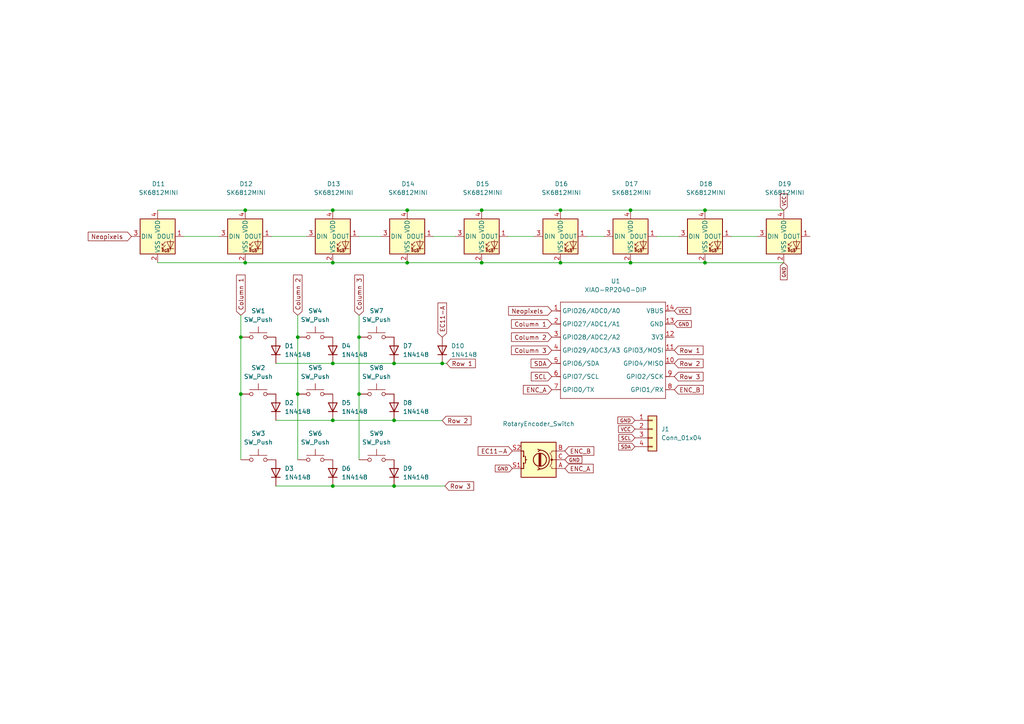
<source format=kicad_sch>
(kicad_sch (version 20250114) (generator "eeschema") (generator_version "9.0")
  (paper "A4")
  (lib_symbols
    (symbol "Connector_Generic:Conn_01x04" (pin_names (offset 1.016) (hide yes))
      (property "Reference" "J" (at 0 5.08 0))
      (property "Value" "Conn_01x04" (at 0 -7.62 0))
      (symbol "Conn_01x04_1_1"
        (rectangle (start -1.27 3.81) (end 1.27 -6.35) (stroke (width 0.254)) (fill (type background)))
        (rectangle (start -1.27 2.667) (end 0 2.413) (stroke (width 0.1524)))
        (rectangle (start -1.27 0.127) (end 0 -0.127) (stroke (width 0.1524)))
        (rectangle (start -1.27 -2.413) (end 0 -2.667) (stroke (width 0.1524)))
        (rectangle (start -1.27 -4.953) (end 0 -5.207) (stroke (width 0.1524)))
        (pin passive line (at -5.08 2.54 0) (length 3.81) (name "Pin_1") (number "1"))
        (pin passive line (at -5.08 0 0) (length 3.81) (name "Pin_2") (number "2"))
        (pin passive line (at -5.08 -2.54 0) (length 3.81) (name "Pin_3") (number "3"))
        (pin passive line (at -5.08 -5.08 0) (length 3.81) (name "Pin_4") (number "4"))
      )
    )
    (symbol "Device:RotaryEncoder_Switch" (pin_names (offset 0.254) (hide yes))
      (property "Reference" "SW" (at 0 6.604 0))
      (property "Value" "RotaryEncoder_Switch" (at 0 -6.604 0))
      (symbol "RotaryEncoder_Switch_0_1"
        (rectangle (start -5.08 5.08) (end 5.08 -5.08) (stroke (width 0.254)) (fill (type background)))
        (polyline (pts (xy -5.08 2.54) (xy -3.81 2.54) (xy -3.81 2.032)))
        (polyline (pts (xy -5.08 0) (xy -3.81 0) (xy -3.81 -1.016) (xy -3.302 -2.032)))
        (polyline (pts (xy -5.08 -2.54) (xy -3.81 -2.54) (xy -3.81 -2.032)))
        (polyline (pts (xy -4.318 0) (xy -3.81 0) (xy -3.81 1.016) (xy -3.302 2.032)))
        (circle (center -3.81 0) (radius 0.254) (fill (type outline)))
        (polyline (pts (xy -0.635 -1.778) (xy -0.635 1.778)) (stroke (width 0.254)))
        (circle (center -0.381 0) (radius 1.905) (stroke (width 0.254)))
        (polyline (pts (xy -0.381 -1.778) (xy -0.381 1.778)) (stroke (width 0.254)))
        (arc (start -0.381 -2.794) (mid -3.0988 -0.0635) (end -0.381 2.667) (stroke (width 0.254)))
        (polyline (pts (xy -0.127 1.778) (xy -0.127 -1.778)) (stroke (width 0.254)))
        (polyline (pts (xy 0.254 2.921) (xy -0.508 2.667) (xy 0.127 2.286)) (stroke (width 0.254)))
        (polyline (pts (xy 0.254 -3.048) (xy -0.508 -2.794) (xy 0.127 -2.413)) (stroke (width 0.254)))
        (polyline (pts (xy 3.81 1.016) (xy 3.81 -1.016)) (stroke (width 0.254)))
        (polyline (pts (xy 3.81 0) (xy 3.429 0)) (stroke (width 0.254)))
        (circle (center 4.318 1.016) (radius 0.127) (stroke (width 0.254)))
        (circle (center 4.318 -1.016) (radius 0.127) (stroke (width 0.254)))
        (polyline (pts (xy 5.08 2.54) (xy 4.318 2.54) (xy 4.318 1.016)) (stroke (width 0.254)))
        (polyline (pts (xy 5.08 -2.54) (xy 4.318 -2.54) (xy 4.318 -1.016)) (stroke (width 0.254)))
      )
      (symbol "RotaryEncoder_Switch_1_1"
        (pin passive line (at -7.62 2.54 0) (length 2.54) (name "A") (number "A"))
        (pin passive line (at -7.62 0 0) (length 2.54) (name "C") (number "C"))
        (pin passive line (at -7.62 -2.54 0) (length 2.54) (name "B") (number "B"))
        (pin passive line (at 7.62 2.54 180) (length 2.54) (name "S1") (number "S1"))
        (pin passive line (at 7.62 -2.54 180) (length 2.54) (name "S2") (number "S2"))
      )
    )
    (symbol "Diode:1N4148" (pin_numbers (hide yes)) (pin_names (hide yes))
      (property "Reference" "D" (at 0 2.54 0))
      (property "Value" "1N4148" (at 0 -2.54 0))
      (symbol "1N4148_0_1"
        (polyline (pts (xy -1.27 1.27) (xy -1.27 -1.27)) (stroke (width 0.254)))
        (polyline (pts (xy 1.27 1.27) (xy 1.27 -1.27) (xy -1.27 0) (xy 1.27 1.27)) (stroke (width 0.254)))
        (polyline (pts (xy 1.27 0) (xy -1.27 0)))
      )
      (symbol "1N4148_1_1"
        (pin passive line (at -3.81 0 0) (length 2.54) (name "K") (number "1"))
        (pin passive line (at 3.81 0 180) (length 2.54) (name "A") (number "2"))
      )
    )
    (symbol "LED:SK6812MINI" (pin_names (offset 0.254))
      (property "Reference" "D" (at 5.08 5.715 0))
      (property "Value" "SK6812MINI" (at 1.27 -5.715 0))
      (symbol "SK6812MINI_0_0"
        (text "RGB" (at 2.286 -4.191 0) (effects (font (size 0.762 0.762))))
      )
      (symbol "SK6812MINI_0_1"
        (polyline (pts (xy 1.27 -2.54) (xy 1.778 -2.54)))
        (polyline (pts (xy 1.27 -3.556) (xy 1.778 -3.556)))
        (polyline (pts (xy 2.286 -1.524) (xy 1.27 -2.54) (xy 1.27 -2.032)))
        (polyline (pts (xy 2.286 -2.54) (xy 1.27 -3.556) (xy 1.27 -3.048)))
        (polyline (pts (xy 3.683 -1.016) (xy 3.683 -3.556) (xy 3.683 -4.064)))
        (polyline (pts (xy 4.699 -1.524) (xy 2.667 -1.524) (xy 3.683 -3.556) (xy 4.699 -1.524)))
        (polyline (pts (xy 4.699 -3.556) (xy 2.667 -3.556)))
        (rectangle (start 5.08 5.08) (end -5.08 -5.08) (stroke (width 0.254)) (fill (type background)))
      )
      (symbol "SK6812MINI_1_1"
        (pin input line (at -7.62 0 0) (length 2.54) (name "DIN") (number "3"))
        (pin power_in line (at 0 7.62 270) (length 2.54) (name "VDD") (number "4"))
        (pin power_in line (at 0 -7.62 90) (length 2.54) (name "VSS") (number "2"))
        (pin output line (at 7.62 0 180) (length 2.54) (name "DOUT") (number "1"))
      )
    )
    (symbol "OPL:XIAO-RP2040-DIP"
      (property "Reference" "U" (at 0 0 0))
      (property "Value" "XIAO-RP2040-DIP" (at 5.334 -1.778 0))
      (symbol "XIAO-RP2040-DIP_1_0"
        (polyline (pts (xy -1.27 -2.54) (xy 29.21 -2.54)) (stroke (width 0.1524)))
        (polyline (pts (xy -1.27 -5.08) (xy -2.54 -5.08)) (stroke (width 0.1524)))
        (polyline (pts (xy -1.27 -5.08) (xy -1.27 -2.54)) (stroke (width 0.1524)))
        (polyline (pts (xy -1.27 -8.89) (xy -2.54 -8.89)) (stroke (width 0.1524)))
        (polyline (pts (xy -1.27 -8.89) (xy -1.27 -5.08)) (stroke (width 0.1524)))
        (polyline (pts (xy -1.27 -12.7) (xy -2.54 -12.7)) (stroke (width 0.1524)))
        (polyline (pts (xy -1.27 -12.7) (xy -1.27 -8.89)) (stroke (width 0.1524)))
        (polyline (pts (xy -1.27 -16.51) (xy -2.54 -16.51)) (stroke (width 0.1524)))
        (polyline (pts (xy -1.27 -16.51) (xy -1.27 -12.7)) (stroke (width 0.1524)))
        (polyline (pts (xy -1.27 -20.32) (xy -2.54 -20.32)) (stroke (width 0.1524)))
        (polyline (pts (xy -1.27 -24.13) (xy -2.54 -24.13)) (stroke (width 0.1524)))
        (polyline (pts (xy -1.27 -27.94) (xy -2.54 -27.94)) (stroke (width 0.1524)))
        (polyline (pts (xy -1.27 -30.48) (xy -1.27 -16.51)) (stroke (width 0.1524)))
        (polyline (pts (xy 29.21 -2.54) (xy 29.21 -5.08)) (stroke (width 0.1524)))
        (polyline (pts (xy 29.21 -5.08) (xy 29.21 -8.89)) (stroke (width 0.1524)))
        (polyline (pts (xy 29.21 -8.89) (xy 29.21 -12.7)) (stroke (width 0.1524)))
        (polyline (pts (xy 29.21 -12.7) (xy 29.21 -30.48)) (stroke (width 0.1524)))
        (polyline (pts (xy 29.21 -30.48) (xy -1.27 -30.48)) (stroke (width 0.1524)))
        (polyline (pts (xy 30.48 -5.08) (xy 29.21 -5.08)) (stroke (width 0.1524)))
        (polyline (pts (xy 30.48 -8.89) (xy 29.21 -8.89)) (stroke (width 0.1524)))
        (polyline (pts (xy 30.48 -12.7) (xy 29.21 -12.7)) (stroke (width 0.1524)))
        (polyline (pts (xy 30.48 -16.51) (xy 29.21 -16.51)) (stroke (width 0.1524)))
        (polyline (pts (xy 30.48 -20.32) (xy 29.21 -20.32)) (stroke (width 0.1524)))
        (polyline (pts (xy 30.48 -24.13) (xy 29.21 -24.13)) (stroke (width 0.1524)))
        (polyline (pts (xy 30.48 -27.94) (xy 29.21 -27.94)) (stroke (width 0.1524)))
        (pin passive line (at -3.81 -5.08 0) (length 2.54) (name "GPIO26/ADC0/A0") (number "1"))
        (pin passive line (at -3.81 -8.89 0) (length 2.54) (name "GPIO27/ADC1/A1") (number "2"))
        (pin passive line (at -3.81 -12.7 0) (length 2.54) (name "GPIO28/ADC2/A2") (number "3"))
        (pin passive line (at -3.81 -16.51 0) (length 2.54) (name "GPIO29/ADC3/A3") (number "4"))
        (pin passive line (at -3.81 -20.32 0) (length 2.54) (name "GPIO6/SDA") (number "5"))
        (pin passive line (at -3.81 -24.13 0) (length 2.54) (name "GPIO7/SCL") (number "6"))
        (pin passive line (at -3.81 -27.94 0) (length 2.54) (name "GPIO0/TX") (number "7"))
        (pin passive line (at 31.75 -5.08 180) (length 2.54) (name "VBUS") (number "14"))
        (pin passive line (at 31.75 -8.89 180) (length 2.54) (name "GND") (number "13"))
        (pin passive line (at 31.75 -12.7 180) (length 2.54) (name "3V3") (number "12"))
        (pin passive line (at 31.75 -16.51 180) (length 2.54) (name "GPIO3/MOSI") (number "11"))
        (pin passive line (at 31.75 -20.32 180) (length 2.54) (name "GPIO4/MISO") (number "10"))
        (pin passive line (at 31.75 -24.13 180) (length 2.54) (name "GPIO2/SCK") (number "9"))
        (pin passive line (at 31.75 -27.94 180) (length 2.54) (name "GPIO1/RX") (number "8"))
      )
    )
    (symbol "Switch:SW_Push" (pin_numbers (hide yes)) (pin_names (offset 1.016) (hide yes))
      (property "Reference" "SW" (at 1.27 2.54 0))
      (property "Value" "SW_Push" (at 0 -1.524 0))
      (symbol "SW_Push_0_1"
        (circle (center -2.032 0) (radius 0.508))
        (polyline (pts (xy 0 1.27) (xy 0 3.048)))
        (circle (center 2.032 0) (radius 0.508))
        (polyline (pts (xy 2.54 1.27) (xy -2.54 1.27)))
        (pin passive line (at -5.08 0 0) (length 2.54) (name "1") (number "1"))
        (pin passive line (at 5.08 0 180) (length 2.54) (name "2") (number "2"))
      )
    )
  )
  (junction (at 96.52 76.2))
  (junction (at 139.7 76.2))
  (junction (at 182.88 60.96))
  (junction (at 182.88 76.2))
  (junction (at 86.36 97.79))
  (junction (at 204.47 60.96))
  (junction (at 86.36 114.3))
  (junction (at 96.52 140.97))
  (junction (at 96.52 60.96))
  (junction (at 104.14 97.79))
  (junction (at 162.56 76.2))
  (junction (at 118.11 76.2))
  (junction (at 128.27 105.41))
  (junction (at 114.3 105.41))
  (junction (at 69.85 114.3))
  (junction (at 71.12 76.2))
  (junction (at 69.85 97.79))
  (junction (at 71.12 60.96))
  (junction (at 96.52 105.41))
  (junction (at 104.14 114.3))
  (junction (at 204.47 76.2))
  (junction (at 114.3 121.92))
  (junction (at 139.7 60.96))
  (junction (at 162.56 60.96))
  (junction (at 96.52 121.92))
  (junction (at 118.11 60.96))
  (junction (at 114.3 140.97))
  (wire (pts (xy 170.18 68.58) (xy 175.26 68.58)))
  (wire (pts (xy 86.36 97.79) (xy 86.36 114.3)))
  (wire (pts (xy 96.52 105.41) (xy 114.3 105.41)))
  (wire (pts (xy 212.09 68.58) (xy 219.71 68.58)))
  (wire (pts (xy 104.14 114.3) (xy 104.14 133.35)))
  (wire (pts (xy 118.11 76.2) (xy 139.7 76.2)))
  (wire (pts (xy 45.72 76.2) (xy 71.12 76.2)))
  (wire (pts (xy 69.85 91.44) (xy 69.85 97.79)))
  (wire (pts (xy 128.27 105.41) (xy 129.54 105.41)))
  (wire (pts (xy 162.56 60.96) (xy 139.7 60.96)))
  (wire (pts (xy 96.52 60.96) (xy 118.11 60.96)))
  (wire (pts (xy 190.5 68.58) (xy 196.85 68.58)))
  (wire (pts (xy 104.14 97.79) (xy 104.14 114.3)))
  (wire (pts (xy 204.47 60.96) (xy 227.33 60.96)))
  (wire (pts (xy 78.74 68.58) (xy 88.9 68.58)))
  (wire (pts (xy 104.14 68.58) (xy 110.49 68.58)))
  (wire (pts (xy 104.14 91.44) (xy 104.14 97.79)))
  (wire (pts (xy 182.88 76.2) (xy 204.47 76.2)))
  (wire (pts (xy 114.3 121.92) (xy 114.3 121.9804)))
  (wire (pts (xy 96.52 140.97) (xy 114.3 140.97)))
  (wire (pts (xy 139.7 76.2) (xy 162.56 76.2)))
  (wire (pts (xy 80.01 140.97) (xy 96.52 140.97)))
  (wire (pts (xy 204.47 76.2) (xy 227.33 76.2)))
  (wire (pts (xy 204.47 60.96) (xy 182.88 60.96)))
  (wire (pts (xy 96.52 121.92) (xy 114.3 121.92)))
  (wire (pts (xy 69.85 97.79) (xy 69.85 114.3)))
  (wire (pts (xy 45.72 60.96) (xy 71.12 60.96)))
  (wire (pts (xy 114.3 105.41) (xy 128.27 105.41)))
  (wire (pts (xy 80.01 105.41) (xy 96.52 105.41)))
  (wire (pts (xy 86.36 114.3) (xy 86.36 133.35)))
  (wire (pts (xy 125.73 68.58) (xy 132.08 68.58)))
  (wire (pts (xy 182.88 60.96) (xy 162.56 60.96)))
  (wire (pts (xy 69.85 114.3) (xy 69.85 133.35)))
  (wire (pts (xy 86.36 91.44) (xy 86.36 97.79)))
  (wire (pts (xy 128.27 121.9804) (xy 114.3 121.9804)))
  (wire (pts (xy 114.3 140.97) (xy 129.0451 140.97)))
  (wire (pts (xy 162.56 76.2) (xy 182.88 76.2)))
  (wire (pts (xy 71.12 60.96) (xy 96.52 60.96)))
  (wire (pts (xy 118.11 60.96) (xy 139.7 60.96)))
  (wire (pts (xy 71.12 76.2) (xy 96.52 76.2)))
  (wire (pts (xy 96.52 121.92) (xy 80.01 121.92)))
  (wire (pts (xy 96.52 76.2) (xy 118.11 76.2)))
  (wire (pts (xy 147.32 68.58) (xy 154.94 68.58)))
  (wire (pts (xy 53.34 68.58) (xy 63.5 68.58)))
  (global_label "Neopixels " (shape input) (at 160.02 90.17 180) (property "Intersheetrefs" "${INTERSHEET_REFS}" (effects (hide yes))))
  (global_label "EC11-A" (shape input) (at 128.27 97.79 90) (property "Intersheetrefs" "${INTERSHEET_REFS}" (effects (hide yes))))
  (global_label "Column 2" (shape input) (at 160.02 97.79 180) (property "Intersheetrefs" "${INTERSHEET_REFS}" (effects (hide yes))))
  (global_label "Row 2" (shape input) (at 128.27 121.9804 0) (property "Intersheetrefs" "${INTERSHEET_REFS}" (effects (hide yes))))
  (global_label "Column 2" (shape input) (at 86.36 91.44 90) (property "Intersheetrefs" "${INTERSHEET_REFS}" (effects (hide yes))))
  (global_label "Column 3" (shape input) (at 104.14 91.44 90) (property "Intersheetrefs" "${INTERSHEET_REFS}" (effects (hide yes))))
  (global_label "EC11-A" (shape input) (at 148.59 130.81 180) (property "Intersheetrefs" "${INTERSHEET_REFS}" (effects (hide yes))))
  (global_label "Column 1" (shape input) (at 160.02 93.98 180) (property "Intersheetrefs" "${INTERSHEET_REFS}" (effects (hide yes))))
  (global_label "VCC" (shape input) (at 195.58 90.17 0) (effects (font (size 1 1))) (property "Intersheetrefs" "${INTERSHEET_REFS}" (effects (hide yes))))
  (global_label "Neopixels " (shape input) (at 38.1 68.58 180) (property "Intersheetrefs" "${INTERSHEET_REFS}" (effects (hide yes))))
  (global_label "VCC" (shape input) (at 184.15 124.46 180) (effects (font (size 1 1))) (property "Intersheetrefs" "${INTERSHEET_REFS}" (effects (hide yes))))
  (global_label "SDA" (shape input) (at 184.15 129.54 180) (effects (font (size 1 1))) (property "Intersheetrefs" "${INTERSHEET_REFS}" (effects (hide yes))))
  (global_label "Row 3" (shape input) (at 195.58 109.22 0) (property "Intersheetrefs" "${INTERSHEET_REFS}" (effects (hide yes))))
  (global_label "GND" (shape input) (at 148.59 135.89 180) (effects (font (size 1 1))) (property "Intersheetrefs" "${INTERSHEET_REFS}" (effects (hide yes))))
  (global_label "SDA" (shape input) (at 160.02 105.41 180) (property "Intersheetrefs" "${INTERSHEET_REFS}" (effects (hide yes))))
  (global_label "ENC_A" (shape input) (at 163.83 135.89 0) (property "Intersheetrefs" "${INTERSHEET_REFS}" (effects (hide yes))))
  (global_label "VCC" (shape input) (at 227.33 60.96 90) (effects (font (size 1 1))) (property "Intersheetrefs" "${INTERSHEET_REFS}" (effects (hide yes))))
  (global_label "ENC_B" (shape input) (at 163.83 130.81 0) (property "Intersheetrefs" "${INTERSHEET_REFS}" (effects (hide yes))))
  (global_label "Row 3" (shape input) (at 129.0451 140.97 0) (property "Intersheetrefs" "${INTERSHEET_REFS}" (effects (hide yes))))
  (global_label "Column 1" (shape input) (at 69.85 91.44 90) (property "Intersheetrefs" "${INTERSHEET_REFS}" (effects (hide yes))))
  (global_label "ENC_A" (shape input) (at 160.02 113.03 180) (property "Intersheetrefs" "${INTERSHEET_REFS}" (effects (hide yes))))
  (global_label "GND" (shape input) (at 163.83 133.35 0) (effects (font (size 1 1))) (property "Intersheetrefs" "${INTERSHEET_REFS}" (effects (hide yes))))
  (global_label "Column 3" (shape input) (at 160.02 101.6 180) (property "Intersheetrefs" "${INTERSHEET_REFS}" (effects (hide yes))))
  (global_label "ENC_B" (shape input) (at 195.58 113.03 0) (property "Intersheetrefs" "${INTERSHEET_REFS}" (effects (hide yes))))
  (global_label "Row 1" (shape input) (at 129.54 105.41 0) (property "Intersheetrefs" "${INTERSHEET_REFS}" (effects (hide yes))))
  (global_label "SCL" (shape input) (at 184.15 127 180) (effects (font (size 1 1))) (property "Intersheetrefs" "${INTERSHEET_REFS}" (effects (hide yes))))
  (global_label "GND" (shape input) (at 227.33 76.2 270) (effects (font (size 1 1))) (property "Intersheetrefs" "${INTERSHEET_REFS}" (effects (hide yes))))
  (global_label "GND" (shape input) (at 184.15 121.92 180) (effects (font (size 1 1))) (property "Intersheetrefs" "${INTERSHEET_REFS}" (effects (hide yes))))
  (global_label "Row 2" (shape input) (at 195.58 105.41 0) (property "Intersheetrefs" "${INTERSHEET_REFS}" (effects (hide yes))))
  (global_label "Row 1" (shape input) (at 195.58 101.6 0) (property "Intersheetrefs" "${INTERSHEET_REFS}" (effects (hide yes))))
  (global_label "SCL" (shape input) (at 160.02 109.22 180) (property "Intersheetrefs" "${INTERSHEET_REFS}" (effects (hide yes))))
  (global_label "GND" (shape input) (at 195.58 93.98 0) (effects (font (size 1 1))) (property "Intersheetrefs" "${INTERSHEET_REFS}" (effects (hide yes))))
  (symbol (lib_id "Connector_Generic:Conn_01x04") (at 189.23 124.46 0) (unit 1)
    (property "Reference" "J1" (at 191.77 124.4599 0) (effects (justify left)))
    (property "Value" "Conn_01x04" (at 191.77 126.9999 0) (effects (justify left)))
    (property "Footprint" "ScottoKeebs_Components:OLED_128x32" (effects (hide yes)))
    (property "Description" "Generic connector, single row, 01x04, script generated (kicad-library-utils/schlib/autogen/connector/)" (effects (hide yes)))
  )
  (symbol (lib_id "Switch:SW_Push") (at 91.44 114.3 0) (unit 1)
    (property "Reference" "SW5" (at 91.44 106.68 0))
    (property "Value" "SW_Push" (at 91.44 109.22 0))
    (property "Footprint" "ScottoKeebs_MX:MX_PCB_1.00u" (effects (hide yes)))
    (property "Description" "Push button switch, generic, two pins" (effects (hide yes)))
  )
  (symbol (lib_id "Diode:1N4148") (at 80.01 118.11 90) (unit 1)
    (property "Reference" "D2" (at 82.55 116.8399 90) (effects (justify right)))
    (property "Value" "1N4148" (at 82.55 119.3799 90) (effects (justify right)))
    (property "Footprint" "Diode_THT:D_DO-35_SOD27_P7.62mm_Horizontal" (effects (hide yes)))
    (property "Datasheet" "https://assets.nexperia.com/documents/data-sheet/1N4148_1N4448.pdf" (effects (hide yes)))
    (property "Description" "100V 0.15A standard switching diode, DO-35" (effects (hide yes)))
    (property "Sim.Device" "D" (effects (hide yes)))
    (property "Sim.Pins" "1=K 2=A" (effects (hide yes)))
  )
  (symbol (lib_id "Switch:SW_Push") (at 109.22 97.79 0) (unit 1)
    (property "Reference" "SW7" (at 109.22 90.17 0))
    (property "Value" "SW_Push" (at 109.22 92.71 0))
    (property "Footprint" "ScottoKeebs_MX:MX_PCB_1.00u" (effects (hide yes)))
    (property "Description" "Push button switch, generic, two pins" (effects (hide yes)))
  )
  (symbol (lib_id "LED:SK6812MINI") (at 45.72 68.58 0) (unit 1)
    (property "Reference" "D11" (at 45.974 53.34 0))
    (property "Value" "SK6812MINI" (at 45.974 55.88 0))
    (property "Footprint" "WITH THE 3D MODELS:SK6812-MINI-E" (effects (hide yes)))
    (property "Datasheet" "https://cdn-shop.adafruit.com/product-files/2686/SK6812MINI_REV.01-1-2.pdf" (effects (hide yes)))
    (property "Description" "RGB LED with integrated controller" (effects (hide yes)))
  )
  (symbol (lib_id "LED:SK6812MINI") (at 118.11 68.58 0) (unit 1)
    (property "Reference" "D14" (at 118.364 53.34 0))
    (property "Value" "SK6812MINI" (at 118.364 55.88 0))
    (property "Footprint" "WITH THE 3D MODELS:SK6812-MINI-E" (effects (hide yes)))
    (property "Datasheet" "https://cdn-shop.adafruit.com/product-files/2686/SK6812MINI_REV.01-1-2.pdf" (effects (hide yes)))
    (property "Description" "RGB LED with integrated controller" (effects (hide yes)))
  )
  (symbol (lib_id "Diode:1N4148") (at 96.52 118.11 90) (unit 1)
    (property "Reference" "D5" (at 99.06 116.8399 90) (effects (justify right)))
    (property "Value" "1N4148" (at 99.06 119.3799 90) (effects (justify right)))
    (property "Footprint" "Diode_THT:D_DO-35_SOD27_P7.62mm_Horizontal" (effects (hide yes)))
    (property "Datasheet" "https://assets.nexperia.com/documents/data-sheet/1N4148_1N4448.pdf" (effects (hide yes)))
    (property "Description" "100V 0.15A standard switching diode, DO-35" (effects (hide yes)))
    (property "Sim.Device" "D" (effects (hide yes)))
    (property "Sim.Pins" "1=K 2=A" (effects (hide yes)))
  )
  (symbol (lib_id "LED:SK6812MINI") (at 71.12 68.58 0) (unit 1)
    (property "Reference" "D12" (at 71.374 53.34 0))
    (property "Value" "SK6812MINI" (at 71.374 55.88 0))
    (property "Footprint" "WITH THE 3D MODELS:SK6812-MINI-E" (effects (hide yes)))
    (property "Datasheet" "https://cdn-shop.adafruit.com/product-files/2686/SK6812MINI_REV.01-1-2.pdf" (effects (hide yes)))
    (property "Description" "RGB LED with integrated controller" (effects (hide yes)))
  )
  (symbol (lib_id "OPL:XIAO-RP2040-DIP") (at 163.83 85.09 0) (unit 1)
    (property "Reference" "U1" (at 178.562 81.534 0))
    (property "Value" "XIAO-RP2040-DIP" (at 178.562 84.074 0))
    (property "Footprint" "OPL:XIAO-RP2040-DIP" (effects (hide yes)))
  )
  (symbol (lib_id "Diode:1N4148") (at 114.3 137.16 90) (unit 1)
    (property "Reference" "D9" (at 116.84 135.8899 90) (effects (justify right)))
    (property "Value" "1N4148" (at 116.84 138.4299 90) (effects (justify right)))
    (property "Footprint" "Diode_THT:D_DO-35_SOD27_P7.62mm_Horizontal" (effects (hide yes)))
    (property "Datasheet" "https://assets.nexperia.com/documents/data-sheet/1N4148_1N4448.pdf" (effects (hide yes)))
    (property "Description" "100V 0.15A standard switching diode, DO-35" (effects (hide yes)))
    (property "Sim.Device" "D" (effects (hide yes)))
    (property "Sim.Pins" "1=K 2=A" (effects (hide yes)))
  )
  (symbol (lib_id "Device:RotaryEncoder_Switch") (at 156.21 133.35 180) (unit 1)
    (property "Reference" "SW10" (effects (hide yes)))
    (property "Value" "RotaryEncoder_Switch" (at 156.21 122.936 0))
    (property "Footprint" "Rotary_Encoder:RotaryEncoder_Alps_EC11E-Switch_Vertical_H20mm" (effects (hide yes)))
    (property "Description" "Rotary encoder, dual channel, incremental quadrate outputs, with switch" (effects (hide yes)))
  )
  (symbol (lib_id "Switch:SW_Push") (at 109.22 133.35 0) (unit 1)
    (property "Reference" "SW9" (at 109.22 125.73 0))
    (property "Value" "SW_Push" (at 109.22 128.27 0))
    (property "Footprint" "ScottoKeebs_MX:MX_PCB_1.00u" (effects (hide yes)))
    (property "Description" "Push button switch, generic, two pins" (effects (hide yes)))
  )
  (symbol (lib_id "LED:SK6812MINI") (at 162.56 68.58 0) (unit 1)
    (property "Reference" "D16" (at 162.814 53.34 0))
    (property "Value" "SK6812MINI" (at 162.814 55.88 0))
    (property "Footprint" "WITH THE 3D MODELS:SK6812-MINI-E" (effects (hide yes)))
    (property "Datasheet" "https://cdn-shop.adafruit.com/product-files/2686/SK6812MINI_REV.01-1-2.pdf" (effects (hide yes)))
    (property "Description" "RGB LED with integrated controller" (effects (hide yes)))
  )
  (symbol (lib_id "Switch:SW_Push") (at 74.93 133.35 0) (unit 1)
    (property "Reference" "SW3" (at 74.93 125.73 0))
    (property "Value" "SW_Push" (at 74.93 128.27 0))
    (property "Footprint" "ScottoKeebs_MX:MX_PCB_1.00u" (effects (hide yes)))
    (property "Description" "Push button switch, generic, two pins" (effects (hide yes)))
  )
  (symbol (lib_id "Switch:SW_Push") (at 109.22 114.3 0) (unit 1)
    (property "Reference" "SW8" (at 109.22 106.68 0))
    (property "Value" "SW_Push" (at 109.22 109.22 0))
    (property "Footprint" "ScottoKeebs_MX:MX_PCB_1.00u" (effects (hide yes)))
    (property "Description" "Push button switch, generic, two pins" (effects (hide yes)))
  )
  (symbol (lib_id "Switch:SW_Push") (at 91.44 97.79 0) (unit 1)
    (property "Reference" "SW4" (at 91.44 90.17 0))
    (property "Value" "SW_Push" (at 91.44 92.71 0))
    (property "Footprint" "ScottoKeebs_MX:MX_PCB_1.00u" (effects (hide yes)))
    (property "Description" "Push button switch, generic, two pins" (effects (hide yes)))
  )
  (symbol (lib_id "Diode:1N4148") (at 96.52 101.6 90) (unit 1)
    (property "Reference" "D4" (at 99.06 100.3299 90) (effects (justify right)))
    (property "Value" "1N4148" (at 99.06 102.8699 90) (effects (justify right)))
    (property "Footprint" "Diode_THT:D_DO-35_SOD27_P7.62mm_Horizontal" (effects (hide yes)))
    (property "Datasheet" "https://assets.nexperia.com/documents/data-sheet/1N4148_1N4448.pdf" (effects (hide yes)))
    (property "Description" "100V 0.15A standard switching diode, DO-35" (effects (hide yes)))
    (property "Sim.Device" "D" (effects (hide yes)))
    (property "Sim.Pins" "1=K 2=A" (effects (hide yes)))
  )
  (symbol (lib_id "LED:SK6812MINI") (at 204.47 68.58 0) (unit 1)
    (property "Reference" "D18" (at 204.724 53.34 0))
    (property "Value" "SK6812MINI" (at 204.724 55.88 0))
    (property "Footprint" "WITH THE 3D MODELS:SK6812-MINI-E" (effects (hide yes)))
    (property "Datasheet" "https://cdn-shop.adafruit.com/product-files/2686/SK6812MINI_REV.01-1-2.pdf" (effects (hide yes)))
    (property "Description" "RGB LED with integrated controller" (effects (hide yes)))
  )
  (symbol (lib_id "LED:SK6812MINI") (at 227.33 68.58 0) (unit 1)
    (property "Reference" "D19" (at 227.584 53.34 0))
    (property "Value" "SK6812MINI" (at 227.584 55.88 0))
    (property "Footprint" "WITH THE 3D MODELS:SK6812-MINI-E" (effects (hide yes)))
    (property "Datasheet" "https://cdn-shop.adafruit.com/product-files/2686/SK6812MINI_REV.01-1-2.pdf" (effects (hide yes)))
    (property "Description" "RGB LED with integrated controller" (effects (hide yes)))
  )
  (symbol (lib_id "Diode:1N4148") (at 80.01 101.6 90) (unit 1)
    (property "Reference" "D1" (at 82.55 100.3299 90) (effects (justify right)))
    (property "Value" "1N4148" (at 82.55 102.8699 90) (effects (justify right)))
    (property "Footprint" "Diode_THT:D_DO-35_SOD27_P7.62mm_Horizontal" (effects (hide yes)))
    (property "Datasheet" "https://assets.nexperia.com/documents/data-sheet/1N4148_1N4448.pdf" (effects (hide yes)))
    (property "Description" "100V 0.15A standard switching diode, DO-35" (effects (hide yes)))
    (property "Sim.Device" "D" (effects (hide yes)))
    (property "Sim.Pins" "1=K 2=A" (effects (hide yes)))
  )
  (symbol (lib_id "Diode:1N4148") (at 114.3 118.11 90) (unit 1)
    (property "Reference" "D8" (at 116.84 116.8399 90) (effects (justify right)))
    (property "Value" "1N4148" (at 116.84 119.3799 90) (effects (justify right)))
    (property "Footprint" "Diode_THT:D_DO-35_SOD27_P7.62mm_Horizontal" (effects (hide yes)))
    (property "Datasheet" "https://assets.nexperia.com/documents/data-sheet/1N4148_1N4448.pdf" (effects (hide yes)))
    (property "Description" "100V 0.15A standard switching diode, DO-35" (effects (hide yes)))
    (property "Sim.Device" "D" (effects (hide yes)))
    (property "Sim.Pins" "1=K 2=A" (effects (hide yes)))
  )
  (symbol (lib_id "Diode:1N4148") (at 128.27 101.6 90) (unit 1)
    (property "Reference" "D10" (at 130.81 100.3299 90) (effects (justify right)))
    (property "Value" "1N4148" (at 130.81 102.8699 90) (effects (justify right)))
    (property "Footprint" "Diode_THT:D_DO-35_SOD27_P7.62mm_Horizontal" (effects (hide yes)))
    (property "Datasheet" "https://assets.nexperia.com/documents/data-sheet/1N4148_1N4448.pdf" (effects (hide yes)))
    (property "Description" "100V 0.15A standard switching diode, DO-35" (effects (hide yes)))
    (property "Sim.Device" "D" (effects (hide yes)))
    (property "Sim.Pins" "1=K 2=A" (effects (hide yes)))
  )
  (symbol (lib_id "Switch:SW_Push") (at 74.93 97.79 0) (unit 1)
    (property "Reference" "SW1" (at 74.93 90.17 0))
    (property "Value" "SW_Push" (at 74.93 92.71 0))
    (property "Footprint" "ScottoKeebs_MX:MX_PCB_1.00u" (effects (hide yes)))
    (property "Description" "Push button switch, generic, two pins" (effects (hide yes)))
  )
  (symbol (lib_id "Switch:SW_Push") (at 74.93 114.3 0) (unit 1)
    (property "Reference" "SW2" (at 74.93 106.68 0))
    (property "Value" "SW_Push" (at 74.93 109.22 0))
    (property "Footprint" "ScottoKeebs_MX:MX_PCB_1.00u" (effects (hide yes)))
    (property "Description" "Push button switch, generic, two pins" (effects (hide yes)))
  )
  (symbol (lib_id "Diode:1N4148") (at 114.3 101.6 90) (unit 1)
    (property "Reference" "D7" (at 116.84 100.3299 90) (effects (justify right)))
    (property "Value" "1N4148" (at 116.84 102.8699 90) (effects (justify right)))
    (property "Footprint" "Diode_THT:D_DO-35_SOD27_P7.62mm_Horizontal" (effects (hide yes)))
    (property "Datasheet" "https://assets.nexperia.com/documents/data-sheet/1N4148_1N4448.pdf" (effects (hide yes)))
    (property "Description" "100V 0.15A standard switching diode, DO-35" (effects (hide yes)))
    (property "Sim.Device" "D" (effects (hide yes)))
    (property "Sim.Pins" "1=K 2=A" (effects (hide yes)))
  )
  (symbol (lib_id "Switch:SW_Push") (at 91.44 133.35 0) (unit 1)
    (property "Reference" "SW6" (at 91.44 125.73 0))
    (property "Value" "SW_Push" (at 91.44 128.27 0))
    (property "Footprint" "ScottoKeebs_MX:MX_PCB_1.00u" (effects (hide yes)))
    (property "Description" "Push button switch, generic, two pins" (effects (hide yes)))
  )
  (symbol (lib_id "LED:SK6812MINI") (at 96.52 68.58 0) (unit 1)
    (property "Reference" "D13" (at 96.774 53.34 0))
    (property "Value" "SK6812MINI" (at 96.774 55.88 0))
    (property "Footprint" "WITH THE 3D MODELS:SK6812-MINI-E" (effects (hide yes)))
    (property "Datasheet" "https://cdn-shop.adafruit.com/product-files/2686/SK6812MINI_REV.01-1-2.pdf" (effects (hide yes)))
    (property "Description" "RGB LED with integrated controller" (effects (hide yes)))
  )
  (symbol (lib_id "LED:SK6812MINI") (at 182.88 68.58 0) (unit 1)
    (property "Reference" "D17" (at 183.134 53.34 0))
    (property "Value" "SK6812MINI" (at 183.134 55.88 0))
    (property "Footprint" "WITH THE 3D MODELS:SK6812-MINI-E" (effects (hide yes)))
    (property "Datasheet" "https://cdn-shop.adafruit.com/product-files/2686/SK6812MINI_REV.01-1-2.pdf" (effects (hide yes)))
    (property "Description" "RGB LED with integrated controller" (effects (hide yes)))
  )
  (symbol (lib_id "LED:SK6812MINI") (at 139.7 68.58 0) (unit 1)
    (property "Reference" "D15" (at 139.954 53.34 0))
    (property "Value" "SK6812MINI" (at 139.954 55.88 0))
    (property "Footprint" "WITH THE 3D MODELS:SK6812-MINI-E" (effects (hide yes)))
    (property "Datasheet" "https://cdn-shop.adafruit.com/product-files/2686/SK6812MINI_REV.01-1-2.pdf" (effects (hide yes)))
    (property "Description" "RGB LED with integrated controller" (effects (hide yes)))
  )
  (symbol (lib_id "Diode:1N4148") (at 80.01 137.16 90) (unit 1)
    (property "Reference" "D3" (at 82.55 135.8899 90) (effects (justify right)))
    (property "Value" "1N4148" (at 82.55 138.4299 90) (effects (justify right)))
    (property "Footprint" "Diode_THT:D_DO-35_SOD27_P7.62mm_Horizontal" (effects (hide yes)))
    (property "Datasheet" "https://assets.nexperia.com/documents/data-sheet/1N4148_1N4448.pdf" (effects (hide yes)))
    (property "Description" "100V 0.15A standard switching diode, DO-35" (effects (hide yes)))
    (property "Sim.Device" "D" (effects (hide yes)))
    (property "Sim.Pins" "1=K 2=A" (effects (hide yes)))
  )
  (symbol (lib_id "Diode:1N4148") (at 96.52 137.16 90) (unit 1)
    (property "Reference" "D6" (at 99.06 135.8899 90) (effects (justify right)))
    (property "Value" "1N4148" (at 99.06 138.4299 90) (effects (justify right)))
    (property "Footprint" "Diode_THT:D_DO-35_SOD27_P7.62mm_Horizontal" (effects (hide yes)))
    (property "Datasheet" "https://assets.nexperia.com/documents/data-sheet/1N4148_1N4448.pdf" (effects (hide yes)))
    (property "Description" "100V 0.15A standard switching diode, DO-35" (effects (hide yes)))
    (property "Sim.Device" "D" (effects (hide yes)))
    (property "Sim.Pins" "1=K 2=A" (effects (hide yes)))
  )
)
</source>
